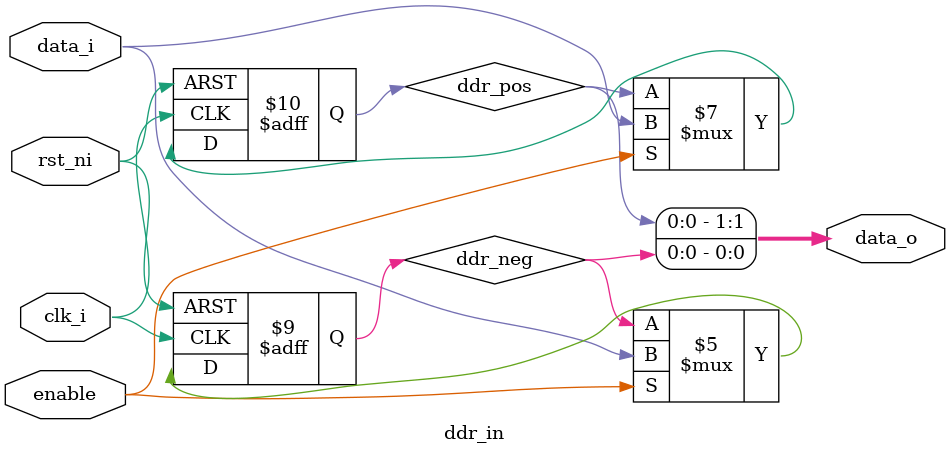
<source format=sv>


module ddr_in #(
)(
    input logic        clk_i,
    input logic        data_i,
    input logic        rst_ni,
    input logic        enable,
    
    output logic [1:0] data_o
);
    logic ddr_neg;
    logic ddr_pos;

    always_ff @(posedge clk_i or negedge rst_ni) begin : proc_ddr_pos
        if(~rst_ni) begin
            ddr_pos <= 1'b0;
        end else if (enable) begin
            ddr_pos <= data_i;
        end
    end
    
    always_ff @(negedge clk_i or negedge rst_ni) begin : proc_ddr_neg
        if(~rst_ni) begin
            ddr_neg <= 1'b0;
        end else if (enable) begin
            ddr_neg <= data_i;
        end
    end

    assign data_o[0] = ddr_neg;
    assign data_o[1] = ddr_pos;
endmodule


</source>
